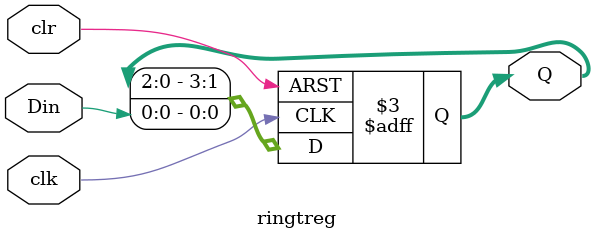
<source format=v>
module ringtreg (
    input wire clk, 
    input wire clr,
    input wire Din, 
    output reg [3:0] Q
);

/* 4 bit left shift register */
always @(posedge clk or posedge clr) begin
    if (clr == 1)
        Q <= 0;
    else begin
        Q[0] <= Din;
        Q[3] <= Q[0];
        Q[3:1] <= Q[2:0];
    end
end
    
endmodule

</source>
